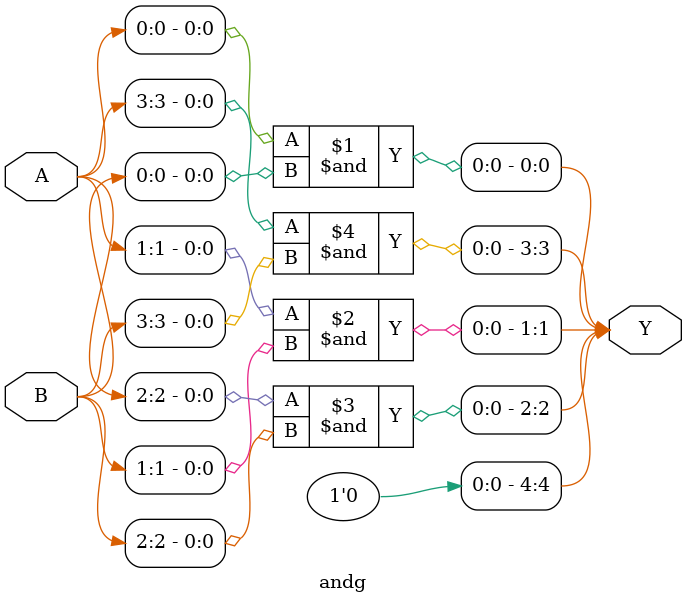
<source format=v>
module andg(Y,A,B);
    input [3:0] A,B;
    output [4:0] Y;
    and Gp1(Y[0],A[0],B[0]);
    and Gp2(Y[1],A[1],B[1]);
    and Gp3(Y[2],A[2],B[2]);
    and Gp4(Y[3],A[3],B[3]);
    assign Y[4]=1'b0;
endmodule
</source>
